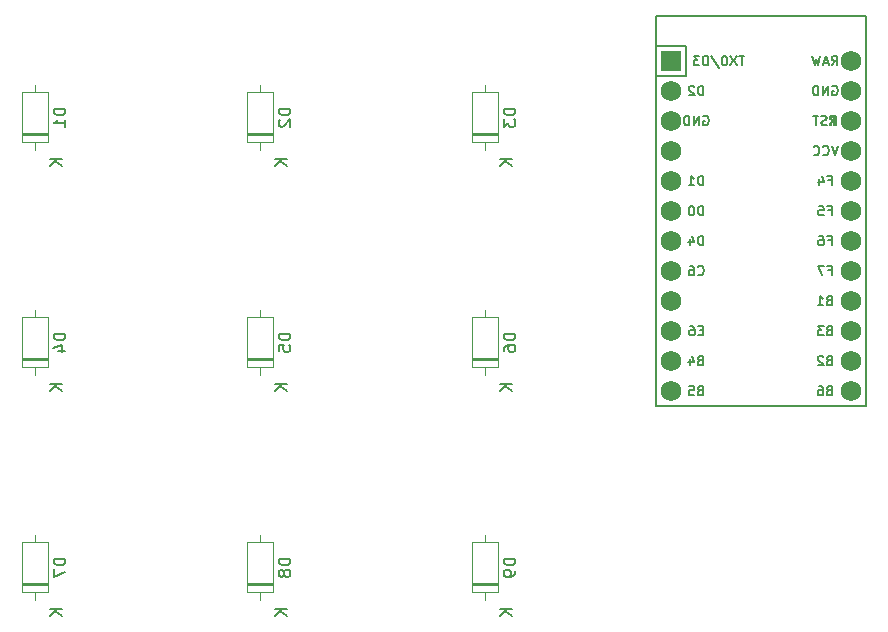
<source format=gbr>
%TF.GenerationSoftware,KiCad,Pcbnew,8.0.1*%
%TF.CreationDate,2024-04-28T14:26:27+12:00*%
%TF.ProjectId,v1,76312e6b-6963-4616-945f-706362585858,rev?*%
%TF.SameCoordinates,Original*%
%TF.FileFunction,Legend,Bot*%
%TF.FilePolarity,Positive*%
%FSLAX46Y46*%
G04 Gerber Fmt 4.6, Leading zero omitted, Abs format (unit mm)*
G04 Created by KiCad (PCBNEW 8.0.1) date 2024-04-28 14:26:27*
%MOMM*%
%LPD*%
G01*
G04 APERTURE LIST*
%ADD10C,0.150000*%
%ADD11C,0.200000*%
%ADD12C,0.120000*%
%ADD13R,1.752600X1.752600*%
%ADD14C,1.752600*%
G04 APERTURE END LIST*
D10*
X205016059Y-95828247D02*
X204901773Y-95866342D01*
X204901773Y-95866342D02*
X204863678Y-95904438D01*
X204863678Y-95904438D02*
X204825582Y-95980628D01*
X204825582Y-95980628D02*
X204825582Y-96094914D01*
X204825582Y-96094914D02*
X204863678Y-96171104D01*
X204863678Y-96171104D02*
X204901773Y-96209200D01*
X204901773Y-96209200D02*
X204977963Y-96247295D01*
X204977963Y-96247295D02*
X205282725Y-96247295D01*
X205282725Y-96247295D02*
X205282725Y-95447295D01*
X205282725Y-95447295D02*
X205016059Y-95447295D01*
X205016059Y-95447295D02*
X204939868Y-95485390D01*
X204939868Y-95485390D02*
X204901773Y-95523485D01*
X204901773Y-95523485D02*
X204863678Y-95599676D01*
X204863678Y-95599676D02*
X204863678Y-95675866D01*
X204863678Y-95675866D02*
X204901773Y-95752057D01*
X204901773Y-95752057D02*
X204939868Y-95790152D01*
X204939868Y-95790152D02*
X205016059Y-95828247D01*
X205016059Y-95828247D02*
X205282725Y-95828247D01*
X204520821Y-95523485D02*
X204482725Y-95485390D01*
X204482725Y-95485390D02*
X204406535Y-95447295D01*
X204406535Y-95447295D02*
X204216059Y-95447295D01*
X204216059Y-95447295D02*
X204139868Y-95485390D01*
X204139868Y-95485390D02*
X204101773Y-95523485D01*
X204101773Y-95523485D02*
X204063678Y-95599676D01*
X204063678Y-95599676D02*
X204063678Y-95675866D01*
X204063678Y-95675866D02*
X204101773Y-95790152D01*
X204101773Y-95790152D02*
X204558916Y-96247295D01*
X204558916Y-96247295D02*
X204063678Y-96247295D01*
X205016059Y-98368247D02*
X204901773Y-98406342D01*
X204901773Y-98406342D02*
X204863678Y-98444438D01*
X204863678Y-98444438D02*
X204825582Y-98520628D01*
X204825582Y-98520628D02*
X204825582Y-98634914D01*
X204825582Y-98634914D02*
X204863678Y-98711104D01*
X204863678Y-98711104D02*
X204901773Y-98749200D01*
X204901773Y-98749200D02*
X204977963Y-98787295D01*
X204977963Y-98787295D02*
X205282725Y-98787295D01*
X205282725Y-98787295D02*
X205282725Y-97987295D01*
X205282725Y-97987295D02*
X205016059Y-97987295D01*
X205016059Y-97987295D02*
X204939868Y-98025390D01*
X204939868Y-98025390D02*
X204901773Y-98063485D01*
X204901773Y-98063485D02*
X204863678Y-98139676D01*
X204863678Y-98139676D02*
X204863678Y-98215866D01*
X204863678Y-98215866D02*
X204901773Y-98292057D01*
X204901773Y-98292057D02*
X204939868Y-98330152D01*
X204939868Y-98330152D02*
X205016059Y-98368247D01*
X205016059Y-98368247D02*
X205282725Y-98368247D01*
X204139868Y-97987295D02*
X204292249Y-97987295D01*
X204292249Y-97987295D02*
X204368440Y-98025390D01*
X204368440Y-98025390D02*
X204406535Y-98063485D01*
X204406535Y-98063485D02*
X204482725Y-98177771D01*
X204482725Y-98177771D02*
X204520821Y-98330152D01*
X204520821Y-98330152D02*
X204520821Y-98634914D01*
X204520821Y-98634914D02*
X204482725Y-98711104D01*
X204482725Y-98711104D02*
X204444630Y-98749200D01*
X204444630Y-98749200D02*
X204368440Y-98787295D01*
X204368440Y-98787295D02*
X204216059Y-98787295D01*
X204216059Y-98787295D02*
X204139868Y-98749200D01*
X204139868Y-98749200D02*
X204101773Y-98711104D01*
X204101773Y-98711104D02*
X204063678Y-98634914D01*
X204063678Y-98634914D02*
X204063678Y-98444438D01*
X204063678Y-98444438D02*
X204101773Y-98368247D01*
X204101773Y-98368247D02*
X204139868Y-98330152D01*
X204139868Y-98330152D02*
X204216059Y-98292057D01*
X204216059Y-98292057D02*
X204368440Y-98292057D01*
X204368440Y-98292057D02*
X204444630Y-98330152D01*
X204444630Y-98330152D02*
X204482725Y-98368247D01*
X204482725Y-98368247D02*
X204520821Y-98444438D01*
X205301773Y-72625390D02*
X205377963Y-72587295D01*
X205377963Y-72587295D02*
X205492249Y-72587295D01*
X205492249Y-72587295D02*
X205606535Y-72625390D01*
X205606535Y-72625390D02*
X205682725Y-72701580D01*
X205682725Y-72701580D02*
X205720820Y-72777771D01*
X205720820Y-72777771D02*
X205758916Y-72930152D01*
X205758916Y-72930152D02*
X205758916Y-73044438D01*
X205758916Y-73044438D02*
X205720820Y-73196819D01*
X205720820Y-73196819D02*
X205682725Y-73273009D01*
X205682725Y-73273009D02*
X205606535Y-73349200D01*
X205606535Y-73349200D02*
X205492249Y-73387295D01*
X205492249Y-73387295D02*
X205416058Y-73387295D01*
X205416058Y-73387295D02*
X205301773Y-73349200D01*
X205301773Y-73349200D02*
X205263677Y-73311104D01*
X205263677Y-73311104D02*
X205263677Y-73044438D01*
X205263677Y-73044438D02*
X205416058Y-73044438D01*
X204920820Y-73387295D02*
X204920820Y-72587295D01*
X204920820Y-72587295D02*
X204463677Y-73387295D01*
X204463677Y-73387295D02*
X204463677Y-72587295D01*
X204082725Y-73387295D02*
X204082725Y-72587295D01*
X204082725Y-72587295D02*
X203892249Y-72587295D01*
X203892249Y-72587295D02*
X203777963Y-72625390D01*
X203777963Y-72625390D02*
X203701773Y-72701580D01*
X203701773Y-72701580D02*
X203663678Y-72777771D01*
X203663678Y-72777771D02*
X203625582Y-72930152D01*
X203625582Y-72930152D02*
X203625582Y-73044438D01*
X203625582Y-73044438D02*
X203663678Y-73196819D01*
X203663678Y-73196819D02*
X203701773Y-73273009D01*
X203701773Y-73273009D02*
X203777963Y-73349200D01*
X203777963Y-73349200D02*
X203892249Y-73387295D01*
X203892249Y-73387295D02*
X204082725Y-73387295D01*
X204958916Y-88208247D02*
X205225582Y-88208247D01*
X205225582Y-88627295D02*
X205225582Y-87827295D01*
X205225582Y-87827295D02*
X204844630Y-87827295D01*
X204616059Y-87827295D02*
X204082725Y-87827295D01*
X204082725Y-87827295D02*
X204425583Y-88627295D01*
X205016059Y-90748247D02*
X204901773Y-90786342D01*
X204901773Y-90786342D02*
X204863678Y-90824438D01*
X204863678Y-90824438D02*
X204825582Y-90900628D01*
X204825582Y-90900628D02*
X204825582Y-91014914D01*
X204825582Y-91014914D02*
X204863678Y-91091104D01*
X204863678Y-91091104D02*
X204901773Y-91129200D01*
X204901773Y-91129200D02*
X204977963Y-91167295D01*
X204977963Y-91167295D02*
X205282725Y-91167295D01*
X205282725Y-91167295D02*
X205282725Y-90367295D01*
X205282725Y-90367295D02*
X205016059Y-90367295D01*
X205016059Y-90367295D02*
X204939868Y-90405390D01*
X204939868Y-90405390D02*
X204901773Y-90443485D01*
X204901773Y-90443485D02*
X204863678Y-90519676D01*
X204863678Y-90519676D02*
X204863678Y-90595866D01*
X204863678Y-90595866D02*
X204901773Y-90672057D01*
X204901773Y-90672057D02*
X204939868Y-90710152D01*
X204939868Y-90710152D02*
X205016059Y-90748247D01*
X205016059Y-90748247D02*
X205282725Y-90748247D01*
X204063678Y-91167295D02*
X204520821Y-91167295D01*
X204292249Y-91167295D02*
X204292249Y-90367295D01*
X204292249Y-90367295D02*
X204368440Y-90481580D01*
X204368440Y-90481580D02*
X204444630Y-90557771D01*
X204444630Y-90557771D02*
X204520821Y-90595866D01*
X194322630Y-93288247D02*
X194055964Y-93288247D01*
X193941678Y-93707295D02*
X194322630Y-93707295D01*
X194322630Y-93707295D02*
X194322630Y-92907295D01*
X194322630Y-92907295D02*
X193941678Y-92907295D01*
X193255963Y-92907295D02*
X193408344Y-92907295D01*
X193408344Y-92907295D02*
X193484535Y-92945390D01*
X193484535Y-92945390D02*
X193522630Y-92983485D01*
X193522630Y-92983485D02*
X193598820Y-93097771D01*
X193598820Y-93097771D02*
X193636916Y-93250152D01*
X193636916Y-93250152D02*
X193636916Y-93554914D01*
X193636916Y-93554914D02*
X193598820Y-93631104D01*
X193598820Y-93631104D02*
X193560725Y-93669200D01*
X193560725Y-93669200D02*
X193484535Y-93707295D01*
X193484535Y-93707295D02*
X193332154Y-93707295D01*
X193332154Y-93707295D02*
X193255963Y-93669200D01*
X193255963Y-93669200D02*
X193217868Y-93631104D01*
X193217868Y-93631104D02*
X193179773Y-93554914D01*
X193179773Y-93554914D02*
X193179773Y-93364438D01*
X193179773Y-93364438D02*
X193217868Y-93288247D01*
X193217868Y-93288247D02*
X193255963Y-93250152D01*
X193255963Y-93250152D02*
X193332154Y-93212057D01*
X193332154Y-93212057D02*
X193484535Y-93212057D01*
X193484535Y-93212057D02*
X193560725Y-93250152D01*
X193560725Y-93250152D02*
X193598820Y-93288247D01*
X193598820Y-93288247D02*
X193636916Y-93364438D01*
X205758916Y-77667295D02*
X205492249Y-78467295D01*
X205492249Y-78467295D02*
X205225583Y-77667295D01*
X204501773Y-78391104D02*
X204539869Y-78429200D01*
X204539869Y-78429200D02*
X204654154Y-78467295D01*
X204654154Y-78467295D02*
X204730345Y-78467295D01*
X204730345Y-78467295D02*
X204844631Y-78429200D01*
X204844631Y-78429200D02*
X204920821Y-78353009D01*
X204920821Y-78353009D02*
X204958916Y-78276819D01*
X204958916Y-78276819D02*
X204997012Y-78124438D01*
X204997012Y-78124438D02*
X204997012Y-78010152D01*
X204997012Y-78010152D02*
X204958916Y-77857771D01*
X204958916Y-77857771D02*
X204920821Y-77781580D01*
X204920821Y-77781580D02*
X204844631Y-77705390D01*
X204844631Y-77705390D02*
X204730345Y-77667295D01*
X204730345Y-77667295D02*
X204654154Y-77667295D01*
X204654154Y-77667295D02*
X204539869Y-77705390D01*
X204539869Y-77705390D02*
X204501773Y-77743485D01*
X203701773Y-78391104D02*
X203739869Y-78429200D01*
X203739869Y-78429200D02*
X203854154Y-78467295D01*
X203854154Y-78467295D02*
X203930345Y-78467295D01*
X203930345Y-78467295D02*
X204044631Y-78429200D01*
X204044631Y-78429200D02*
X204120821Y-78353009D01*
X204120821Y-78353009D02*
X204158916Y-78276819D01*
X204158916Y-78276819D02*
X204197012Y-78124438D01*
X204197012Y-78124438D02*
X204197012Y-78010152D01*
X204197012Y-78010152D02*
X204158916Y-77857771D01*
X204158916Y-77857771D02*
X204120821Y-77781580D01*
X204120821Y-77781580D02*
X204044631Y-77705390D01*
X204044631Y-77705390D02*
X203930345Y-77667295D01*
X203930345Y-77667295D02*
X203854154Y-77667295D01*
X203854154Y-77667295D02*
X203739869Y-77705390D01*
X203739869Y-77705390D02*
X203701773Y-77743485D01*
X193903582Y-88551104D02*
X193941678Y-88589200D01*
X193941678Y-88589200D02*
X194055963Y-88627295D01*
X194055963Y-88627295D02*
X194132154Y-88627295D01*
X194132154Y-88627295D02*
X194246440Y-88589200D01*
X194246440Y-88589200D02*
X194322630Y-88513009D01*
X194322630Y-88513009D02*
X194360725Y-88436819D01*
X194360725Y-88436819D02*
X194398821Y-88284438D01*
X194398821Y-88284438D02*
X194398821Y-88170152D01*
X194398821Y-88170152D02*
X194360725Y-88017771D01*
X194360725Y-88017771D02*
X194322630Y-87941580D01*
X194322630Y-87941580D02*
X194246440Y-87865390D01*
X194246440Y-87865390D02*
X194132154Y-87827295D01*
X194132154Y-87827295D02*
X194055963Y-87827295D01*
X194055963Y-87827295D02*
X193941678Y-87865390D01*
X193941678Y-87865390D02*
X193903582Y-87903485D01*
X193217868Y-87827295D02*
X193370249Y-87827295D01*
X193370249Y-87827295D02*
X193446440Y-87865390D01*
X193446440Y-87865390D02*
X193484535Y-87903485D01*
X193484535Y-87903485D02*
X193560725Y-88017771D01*
X193560725Y-88017771D02*
X193598821Y-88170152D01*
X193598821Y-88170152D02*
X193598821Y-88474914D01*
X193598821Y-88474914D02*
X193560725Y-88551104D01*
X193560725Y-88551104D02*
X193522630Y-88589200D01*
X193522630Y-88589200D02*
X193446440Y-88627295D01*
X193446440Y-88627295D02*
X193294059Y-88627295D01*
X193294059Y-88627295D02*
X193217868Y-88589200D01*
X193217868Y-88589200D02*
X193179773Y-88551104D01*
X193179773Y-88551104D02*
X193141678Y-88474914D01*
X193141678Y-88474914D02*
X193141678Y-88284438D01*
X193141678Y-88284438D02*
X193179773Y-88208247D01*
X193179773Y-88208247D02*
X193217868Y-88170152D01*
X193217868Y-88170152D02*
X193294059Y-88132057D01*
X193294059Y-88132057D02*
X193446440Y-88132057D01*
X193446440Y-88132057D02*
X193522630Y-88170152D01*
X193522630Y-88170152D02*
X193560725Y-88208247D01*
X193560725Y-88208247D02*
X193598821Y-88284438D01*
X194094059Y-98368247D02*
X193979773Y-98406342D01*
X193979773Y-98406342D02*
X193941678Y-98444438D01*
X193941678Y-98444438D02*
X193903582Y-98520628D01*
X193903582Y-98520628D02*
X193903582Y-98634914D01*
X193903582Y-98634914D02*
X193941678Y-98711104D01*
X193941678Y-98711104D02*
X193979773Y-98749200D01*
X193979773Y-98749200D02*
X194055963Y-98787295D01*
X194055963Y-98787295D02*
X194360725Y-98787295D01*
X194360725Y-98787295D02*
X194360725Y-97987295D01*
X194360725Y-97987295D02*
X194094059Y-97987295D01*
X194094059Y-97987295D02*
X194017868Y-98025390D01*
X194017868Y-98025390D02*
X193979773Y-98063485D01*
X193979773Y-98063485D02*
X193941678Y-98139676D01*
X193941678Y-98139676D02*
X193941678Y-98215866D01*
X193941678Y-98215866D02*
X193979773Y-98292057D01*
X193979773Y-98292057D02*
X194017868Y-98330152D01*
X194017868Y-98330152D02*
X194094059Y-98368247D01*
X194094059Y-98368247D02*
X194360725Y-98368247D01*
X193179773Y-97987295D02*
X193560725Y-97987295D01*
X193560725Y-97987295D02*
X193598821Y-98368247D01*
X193598821Y-98368247D02*
X193560725Y-98330152D01*
X193560725Y-98330152D02*
X193484535Y-98292057D01*
X193484535Y-98292057D02*
X193294059Y-98292057D01*
X193294059Y-98292057D02*
X193217868Y-98330152D01*
X193217868Y-98330152D02*
X193179773Y-98368247D01*
X193179773Y-98368247D02*
X193141678Y-98444438D01*
X193141678Y-98444438D02*
X193141678Y-98634914D01*
X193141678Y-98634914D02*
X193179773Y-98711104D01*
X193179773Y-98711104D02*
X193217868Y-98749200D01*
X193217868Y-98749200D02*
X193294059Y-98787295D01*
X193294059Y-98787295D02*
X193484535Y-98787295D01*
X193484535Y-98787295D02*
X193560725Y-98749200D01*
X193560725Y-98749200D02*
X193598821Y-98711104D01*
X204958916Y-83128247D02*
X205225582Y-83128247D01*
X205225582Y-83547295D02*
X205225582Y-82747295D01*
X205225582Y-82747295D02*
X204844630Y-82747295D01*
X204158916Y-82747295D02*
X204539868Y-82747295D01*
X204539868Y-82747295D02*
X204577964Y-83128247D01*
X204577964Y-83128247D02*
X204539868Y-83090152D01*
X204539868Y-83090152D02*
X204463678Y-83052057D01*
X204463678Y-83052057D02*
X204273202Y-83052057D01*
X204273202Y-83052057D02*
X204197011Y-83090152D01*
X204197011Y-83090152D02*
X204158916Y-83128247D01*
X204158916Y-83128247D02*
X204120821Y-83204438D01*
X204120821Y-83204438D02*
X204120821Y-83394914D01*
X204120821Y-83394914D02*
X204158916Y-83471104D01*
X204158916Y-83471104D02*
X204197011Y-83509200D01*
X204197011Y-83509200D02*
X204273202Y-83547295D01*
X204273202Y-83547295D02*
X204463678Y-83547295D01*
X204463678Y-83547295D02*
X204539868Y-83509200D01*
X204539868Y-83509200D02*
X204577964Y-83471104D01*
X194379773Y-75165390D02*
X194455963Y-75127295D01*
X194455963Y-75127295D02*
X194570249Y-75127295D01*
X194570249Y-75127295D02*
X194684535Y-75165390D01*
X194684535Y-75165390D02*
X194760725Y-75241580D01*
X194760725Y-75241580D02*
X194798820Y-75317771D01*
X194798820Y-75317771D02*
X194836916Y-75470152D01*
X194836916Y-75470152D02*
X194836916Y-75584438D01*
X194836916Y-75584438D02*
X194798820Y-75736819D01*
X194798820Y-75736819D02*
X194760725Y-75813009D01*
X194760725Y-75813009D02*
X194684535Y-75889200D01*
X194684535Y-75889200D02*
X194570249Y-75927295D01*
X194570249Y-75927295D02*
X194494058Y-75927295D01*
X194494058Y-75927295D02*
X194379773Y-75889200D01*
X194379773Y-75889200D02*
X194341677Y-75851104D01*
X194341677Y-75851104D02*
X194341677Y-75584438D01*
X194341677Y-75584438D02*
X194494058Y-75584438D01*
X193998820Y-75927295D02*
X193998820Y-75127295D01*
X193998820Y-75127295D02*
X193541677Y-75927295D01*
X193541677Y-75927295D02*
X193541677Y-75127295D01*
X193160725Y-75927295D02*
X193160725Y-75127295D01*
X193160725Y-75127295D02*
X192970249Y-75127295D01*
X192970249Y-75127295D02*
X192855963Y-75165390D01*
X192855963Y-75165390D02*
X192779773Y-75241580D01*
X192779773Y-75241580D02*
X192741678Y-75317771D01*
X192741678Y-75317771D02*
X192703582Y-75470152D01*
X192703582Y-75470152D02*
X192703582Y-75584438D01*
X192703582Y-75584438D02*
X192741678Y-75736819D01*
X192741678Y-75736819D02*
X192779773Y-75813009D01*
X192779773Y-75813009D02*
X192855963Y-75889200D01*
X192855963Y-75889200D02*
X192970249Y-75927295D01*
X192970249Y-75927295D02*
X193160725Y-75927295D01*
X194360725Y-83547295D02*
X194360725Y-82747295D01*
X194360725Y-82747295D02*
X194170249Y-82747295D01*
X194170249Y-82747295D02*
X194055963Y-82785390D01*
X194055963Y-82785390D02*
X193979773Y-82861580D01*
X193979773Y-82861580D02*
X193941678Y-82937771D01*
X193941678Y-82937771D02*
X193903582Y-83090152D01*
X193903582Y-83090152D02*
X193903582Y-83204438D01*
X193903582Y-83204438D02*
X193941678Y-83356819D01*
X193941678Y-83356819D02*
X193979773Y-83433009D01*
X193979773Y-83433009D02*
X194055963Y-83509200D01*
X194055963Y-83509200D02*
X194170249Y-83547295D01*
X194170249Y-83547295D02*
X194360725Y-83547295D01*
X193408344Y-82747295D02*
X193332154Y-82747295D01*
X193332154Y-82747295D02*
X193255963Y-82785390D01*
X193255963Y-82785390D02*
X193217868Y-82823485D01*
X193217868Y-82823485D02*
X193179773Y-82899676D01*
X193179773Y-82899676D02*
X193141678Y-83052057D01*
X193141678Y-83052057D02*
X193141678Y-83242533D01*
X193141678Y-83242533D02*
X193179773Y-83394914D01*
X193179773Y-83394914D02*
X193217868Y-83471104D01*
X193217868Y-83471104D02*
X193255963Y-83509200D01*
X193255963Y-83509200D02*
X193332154Y-83547295D01*
X193332154Y-83547295D02*
X193408344Y-83547295D01*
X193408344Y-83547295D02*
X193484535Y-83509200D01*
X193484535Y-83509200D02*
X193522630Y-83471104D01*
X193522630Y-83471104D02*
X193560725Y-83394914D01*
X193560725Y-83394914D02*
X193598821Y-83242533D01*
X193598821Y-83242533D02*
X193598821Y-83052057D01*
X193598821Y-83052057D02*
X193560725Y-82899676D01*
X193560725Y-82899676D02*
X193522630Y-82823485D01*
X193522630Y-82823485D02*
X193484535Y-82785390D01*
X193484535Y-82785390D02*
X193408344Y-82747295D01*
X204958916Y-85668247D02*
X205225582Y-85668247D01*
X205225582Y-86087295D02*
X205225582Y-85287295D01*
X205225582Y-85287295D02*
X204844630Y-85287295D01*
X204197011Y-85287295D02*
X204349392Y-85287295D01*
X204349392Y-85287295D02*
X204425583Y-85325390D01*
X204425583Y-85325390D02*
X204463678Y-85363485D01*
X204463678Y-85363485D02*
X204539868Y-85477771D01*
X204539868Y-85477771D02*
X204577964Y-85630152D01*
X204577964Y-85630152D02*
X204577964Y-85934914D01*
X204577964Y-85934914D02*
X204539868Y-86011104D01*
X204539868Y-86011104D02*
X204501773Y-86049200D01*
X204501773Y-86049200D02*
X204425583Y-86087295D01*
X204425583Y-86087295D02*
X204273202Y-86087295D01*
X204273202Y-86087295D02*
X204197011Y-86049200D01*
X204197011Y-86049200D02*
X204158916Y-86011104D01*
X204158916Y-86011104D02*
X204120821Y-85934914D01*
X204120821Y-85934914D02*
X204120821Y-85744438D01*
X204120821Y-85744438D02*
X204158916Y-85668247D01*
X204158916Y-85668247D02*
X204197011Y-85630152D01*
X204197011Y-85630152D02*
X204273202Y-85592057D01*
X204273202Y-85592057D02*
X204425583Y-85592057D01*
X204425583Y-85592057D02*
X204501773Y-85630152D01*
X204501773Y-85630152D02*
X204539868Y-85668247D01*
X204539868Y-85668247D02*
X204577964Y-85744438D01*
X204958916Y-80588247D02*
X205225582Y-80588247D01*
X205225582Y-81007295D02*
X205225582Y-80207295D01*
X205225582Y-80207295D02*
X204844630Y-80207295D01*
X204197011Y-80473961D02*
X204197011Y-81007295D01*
X204387487Y-80169200D02*
X204577964Y-80740628D01*
X204577964Y-80740628D02*
X204082725Y-80740628D01*
X194360725Y-73387295D02*
X194360725Y-72587295D01*
X194360725Y-72587295D02*
X194170249Y-72587295D01*
X194170249Y-72587295D02*
X194055963Y-72625390D01*
X194055963Y-72625390D02*
X193979773Y-72701580D01*
X193979773Y-72701580D02*
X193941678Y-72777771D01*
X193941678Y-72777771D02*
X193903582Y-72930152D01*
X193903582Y-72930152D02*
X193903582Y-73044438D01*
X193903582Y-73044438D02*
X193941678Y-73196819D01*
X193941678Y-73196819D02*
X193979773Y-73273009D01*
X193979773Y-73273009D02*
X194055963Y-73349200D01*
X194055963Y-73349200D02*
X194170249Y-73387295D01*
X194170249Y-73387295D02*
X194360725Y-73387295D01*
X193598821Y-72663485D02*
X193560725Y-72625390D01*
X193560725Y-72625390D02*
X193484535Y-72587295D01*
X193484535Y-72587295D02*
X193294059Y-72587295D01*
X193294059Y-72587295D02*
X193217868Y-72625390D01*
X193217868Y-72625390D02*
X193179773Y-72663485D01*
X193179773Y-72663485D02*
X193141678Y-72739676D01*
X193141678Y-72739676D02*
X193141678Y-72815866D01*
X193141678Y-72815866D02*
X193179773Y-72930152D01*
X193179773Y-72930152D02*
X193636916Y-73387295D01*
X193636916Y-73387295D02*
X193141678Y-73387295D01*
X194094059Y-95828247D02*
X193979773Y-95866342D01*
X193979773Y-95866342D02*
X193941678Y-95904438D01*
X193941678Y-95904438D02*
X193903582Y-95980628D01*
X193903582Y-95980628D02*
X193903582Y-96094914D01*
X193903582Y-96094914D02*
X193941678Y-96171104D01*
X193941678Y-96171104D02*
X193979773Y-96209200D01*
X193979773Y-96209200D02*
X194055963Y-96247295D01*
X194055963Y-96247295D02*
X194360725Y-96247295D01*
X194360725Y-96247295D02*
X194360725Y-95447295D01*
X194360725Y-95447295D02*
X194094059Y-95447295D01*
X194094059Y-95447295D02*
X194017868Y-95485390D01*
X194017868Y-95485390D02*
X193979773Y-95523485D01*
X193979773Y-95523485D02*
X193941678Y-95599676D01*
X193941678Y-95599676D02*
X193941678Y-95675866D01*
X193941678Y-95675866D02*
X193979773Y-95752057D01*
X193979773Y-95752057D02*
X194017868Y-95790152D01*
X194017868Y-95790152D02*
X194094059Y-95828247D01*
X194094059Y-95828247D02*
X194360725Y-95828247D01*
X193217868Y-95713961D02*
X193217868Y-96247295D01*
X193408344Y-95409200D02*
X193598821Y-95980628D01*
X193598821Y-95980628D02*
X193103582Y-95980628D01*
X194360725Y-86087295D02*
X194360725Y-85287295D01*
X194360725Y-85287295D02*
X194170249Y-85287295D01*
X194170249Y-85287295D02*
X194055963Y-85325390D01*
X194055963Y-85325390D02*
X193979773Y-85401580D01*
X193979773Y-85401580D02*
X193941678Y-85477771D01*
X193941678Y-85477771D02*
X193903582Y-85630152D01*
X193903582Y-85630152D02*
X193903582Y-85744438D01*
X193903582Y-85744438D02*
X193941678Y-85896819D01*
X193941678Y-85896819D02*
X193979773Y-85973009D01*
X193979773Y-85973009D02*
X194055963Y-86049200D01*
X194055963Y-86049200D02*
X194170249Y-86087295D01*
X194170249Y-86087295D02*
X194360725Y-86087295D01*
X193217868Y-85553961D02*
X193217868Y-86087295D01*
X193408344Y-85249200D02*
X193598821Y-85820628D01*
X193598821Y-85820628D02*
X193103582Y-85820628D01*
X204804583Y-75869200D02*
X204690297Y-75907295D01*
X204690297Y-75907295D02*
X204499821Y-75907295D01*
X204499821Y-75907295D02*
X204423630Y-75869200D01*
X204423630Y-75869200D02*
X204385535Y-75831104D01*
X204385535Y-75831104D02*
X204347440Y-75754914D01*
X204347440Y-75754914D02*
X204347440Y-75678723D01*
X204347440Y-75678723D02*
X204385535Y-75602533D01*
X204385535Y-75602533D02*
X204423630Y-75564438D01*
X204423630Y-75564438D02*
X204499821Y-75526342D01*
X204499821Y-75526342D02*
X204652202Y-75488247D01*
X204652202Y-75488247D02*
X204728392Y-75450152D01*
X204728392Y-75450152D02*
X204766487Y-75412057D01*
X204766487Y-75412057D02*
X204804583Y-75335866D01*
X204804583Y-75335866D02*
X204804583Y-75259676D01*
X204804583Y-75259676D02*
X204766487Y-75183485D01*
X204766487Y-75183485D02*
X204728392Y-75145390D01*
X204728392Y-75145390D02*
X204652202Y-75107295D01*
X204652202Y-75107295D02*
X204461725Y-75107295D01*
X204461725Y-75107295D02*
X204347440Y-75145390D01*
X204118868Y-75107295D02*
X203661725Y-75107295D01*
X203890297Y-75907295D02*
X203890297Y-75107295D01*
X205244630Y-70847295D02*
X205511297Y-70466342D01*
X205701773Y-70847295D02*
X205701773Y-70047295D01*
X205701773Y-70047295D02*
X205397011Y-70047295D01*
X205397011Y-70047295D02*
X205320821Y-70085390D01*
X205320821Y-70085390D02*
X205282726Y-70123485D01*
X205282726Y-70123485D02*
X205244630Y-70199676D01*
X205244630Y-70199676D02*
X205244630Y-70313961D01*
X205244630Y-70313961D02*
X205282726Y-70390152D01*
X205282726Y-70390152D02*
X205320821Y-70428247D01*
X205320821Y-70428247D02*
X205397011Y-70466342D01*
X205397011Y-70466342D02*
X205701773Y-70466342D01*
X204939869Y-70618723D02*
X204558916Y-70618723D01*
X205016059Y-70847295D02*
X204749392Y-70047295D01*
X204749392Y-70047295D02*
X204482726Y-70847295D01*
X204292250Y-70047295D02*
X204101774Y-70847295D01*
X204101774Y-70847295D02*
X203949393Y-70275866D01*
X203949393Y-70275866D02*
X203797012Y-70847295D01*
X203797012Y-70847295D02*
X203606536Y-70047295D01*
X197849854Y-70047295D02*
X197392711Y-70047295D01*
X197621283Y-70847295D02*
X197621283Y-70047295D01*
X197202235Y-70047295D02*
X196668901Y-70847295D01*
X196668901Y-70047295D02*
X197202235Y-70847295D01*
X196211758Y-70047295D02*
X196135568Y-70047295D01*
X196135568Y-70047295D02*
X196059377Y-70085390D01*
X196059377Y-70085390D02*
X196021282Y-70123485D01*
X196021282Y-70123485D02*
X195983187Y-70199676D01*
X195983187Y-70199676D02*
X195945092Y-70352057D01*
X195945092Y-70352057D02*
X195945092Y-70542533D01*
X195945092Y-70542533D02*
X195983187Y-70694914D01*
X195983187Y-70694914D02*
X196021282Y-70771104D01*
X196021282Y-70771104D02*
X196059377Y-70809200D01*
X196059377Y-70809200D02*
X196135568Y-70847295D01*
X196135568Y-70847295D02*
X196211758Y-70847295D01*
X196211758Y-70847295D02*
X196287949Y-70809200D01*
X196287949Y-70809200D02*
X196326044Y-70771104D01*
X196326044Y-70771104D02*
X196364139Y-70694914D01*
X196364139Y-70694914D02*
X196402235Y-70542533D01*
X196402235Y-70542533D02*
X196402235Y-70352057D01*
X196402235Y-70352057D02*
X196364139Y-70199676D01*
X196364139Y-70199676D02*
X196326044Y-70123485D01*
X196326044Y-70123485D02*
X196287949Y-70085390D01*
X196287949Y-70085390D02*
X196211758Y-70047295D01*
X195030806Y-70009200D02*
X195716520Y-71037771D01*
X194764139Y-70847295D02*
X194764139Y-70047295D01*
X194764139Y-70047295D02*
X194573663Y-70047295D01*
X194573663Y-70047295D02*
X194459377Y-70085390D01*
X194459377Y-70085390D02*
X194383187Y-70161580D01*
X194383187Y-70161580D02*
X194345092Y-70237771D01*
X194345092Y-70237771D02*
X194306996Y-70390152D01*
X194306996Y-70390152D02*
X194306996Y-70504438D01*
X194306996Y-70504438D02*
X194345092Y-70656819D01*
X194345092Y-70656819D02*
X194383187Y-70733009D01*
X194383187Y-70733009D02*
X194459377Y-70809200D01*
X194459377Y-70809200D02*
X194573663Y-70847295D01*
X194573663Y-70847295D02*
X194764139Y-70847295D01*
X194040330Y-70047295D02*
X193545092Y-70047295D01*
X193545092Y-70047295D02*
X193811758Y-70352057D01*
X193811758Y-70352057D02*
X193697473Y-70352057D01*
X193697473Y-70352057D02*
X193621282Y-70390152D01*
X193621282Y-70390152D02*
X193583187Y-70428247D01*
X193583187Y-70428247D02*
X193545092Y-70504438D01*
X193545092Y-70504438D02*
X193545092Y-70694914D01*
X193545092Y-70694914D02*
X193583187Y-70771104D01*
X193583187Y-70771104D02*
X193621282Y-70809200D01*
X193621282Y-70809200D02*
X193697473Y-70847295D01*
X193697473Y-70847295D02*
X193926044Y-70847295D01*
X193926044Y-70847295D02*
X194002235Y-70809200D01*
X194002235Y-70809200D02*
X194040330Y-70771104D01*
X205016059Y-93288247D02*
X204901773Y-93326342D01*
X204901773Y-93326342D02*
X204863678Y-93364438D01*
X204863678Y-93364438D02*
X204825582Y-93440628D01*
X204825582Y-93440628D02*
X204825582Y-93554914D01*
X204825582Y-93554914D02*
X204863678Y-93631104D01*
X204863678Y-93631104D02*
X204901773Y-93669200D01*
X204901773Y-93669200D02*
X204977963Y-93707295D01*
X204977963Y-93707295D02*
X205282725Y-93707295D01*
X205282725Y-93707295D02*
X205282725Y-92907295D01*
X205282725Y-92907295D02*
X205016059Y-92907295D01*
X205016059Y-92907295D02*
X204939868Y-92945390D01*
X204939868Y-92945390D02*
X204901773Y-92983485D01*
X204901773Y-92983485D02*
X204863678Y-93059676D01*
X204863678Y-93059676D02*
X204863678Y-93135866D01*
X204863678Y-93135866D02*
X204901773Y-93212057D01*
X204901773Y-93212057D02*
X204939868Y-93250152D01*
X204939868Y-93250152D02*
X205016059Y-93288247D01*
X205016059Y-93288247D02*
X205282725Y-93288247D01*
X204558916Y-92907295D02*
X204063678Y-92907295D01*
X204063678Y-92907295D02*
X204330344Y-93212057D01*
X204330344Y-93212057D02*
X204216059Y-93212057D01*
X204216059Y-93212057D02*
X204139868Y-93250152D01*
X204139868Y-93250152D02*
X204101773Y-93288247D01*
X204101773Y-93288247D02*
X204063678Y-93364438D01*
X204063678Y-93364438D02*
X204063678Y-93554914D01*
X204063678Y-93554914D02*
X204101773Y-93631104D01*
X204101773Y-93631104D02*
X204139868Y-93669200D01*
X204139868Y-93669200D02*
X204216059Y-93707295D01*
X204216059Y-93707295D02*
X204444630Y-93707295D01*
X204444630Y-93707295D02*
X204520821Y-93669200D01*
X204520821Y-93669200D02*
X204558916Y-93631104D01*
X194360725Y-81007295D02*
X194360725Y-80207295D01*
X194360725Y-80207295D02*
X194170249Y-80207295D01*
X194170249Y-80207295D02*
X194055963Y-80245390D01*
X194055963Y-80245390D02*
X193979773Y-80321580D01*
X193979773Y-80321580D02*
X193941678Y-80397771D01*
X193941678Y-80397771D02*
X193903582Y-80550152D01*
X193903582Y-80550152D02*
X193903582Y-80664438D01*
X193903582Y-80664438D02*
X193941678Y-80816819D01*
X193941678Y-80816819D02*
X193979773Y-80893009D01*
X193979773Y-80893009D02*
X194055963Y-80969200D01*
X194055963Y-80969200D02*
X194170249Y-81007295D01*
X194170249Y-81007295D02*
X194360725Y-81007295D01*
X193141678Y-81007295D02*
X193598821Y-81007295D01*
X193370249Y-81007295D02*
X193370249Y-80207295D01*
X193370249Y-80207295D02*
X193446440Y-80321580D01*
X193446440Y-80321580D02*
X193522630Y-80397771D01*
X193522630Y-80397771D02*
X193598821Y-80435866D01*
X159419819Y-112609405D02*
X158419819Y-112609405D01*
X158419819Y-112609405D02*
X158419819Y-112847500D01*
X158419819Y-112847500D02*
X158467438Y-112990357D01*
X158467438Y-112990357D02*
X158562676Y-113085595D01*
X158562676Y-113085595D02*
X158657914Y-113133214D01*
X158657914Y-113133214D02*
X158848390Y-113180833D01*
X158848390Y-113180833D02*
X158991247Y-113180833D01*
X158991247Y-113180833D02*
X159181723Y-113133214D01*
X159181723Y-113133214D02*
X159276961Y-113085595D01*
X159276961Y-113085595D02*
X159372200Y-112990357D01*
X159372200Y-112990357D02*
X159419819Y-112847500D01*
X159419819Y-112847500D02*
X159419819Y-112609405D01*
X158848390Y-113752262D02*
X158800771Y-113657024D01*
X158800771Y-113657024D02*
X158753152Y-113609405D01*
X158753152Y-113609405D02*
X158657914Y-113561786D01*
X158657914Y-113561786D02*
X158610295Y-113561786D01*
X158610295Y-113561786D02*
X158515057Y-113609405D01*
X158515057Y-113609405D02*
X158467438Y-113657024D01*
X158467438Y-113657024D02*
X158419819Y-113752262D01*
X158419819Y-113752262D02*
X158419819Y-113942738D01*
X158419819Y-113942738D02*
X158467438Y-114037976D01*
X158467438Y-114037976D02*
X158515057Y-114085595D01*
X158515057Y-114085595D02*
X158610295Y-114133214D01*
X158610295Y-114133214D02*
X158657914Y-114133214D01*
X158657914Y-114133214D02*
X158753152Y-114085595D01*
X158753152Y-114085595D02*
X158800771Y-114037976D01*
X158800771Y-114037976D02*
X158848390Y-113942738D01*
X158848390Y-113942738D02*
X158848390Y-113752262D01*
X158848390Y-113752262D02*
X158896009Y-113657024D01*
X158896009Y-113657024D02*
X158943628Y-113609405D01*
X158943628Y-113609405D02*
X159038866Y-113561786D01*
X159038866Y-113561786D02*
X159229342Y-113561786D01*
X159229342Y-113561786D02*
X159324580Y-113609405D01*
X159324580Y-113609405D02*
X159372200Y-113657024D01*
X159372200Y-113657024D02*
X159419819Y-113752262D01*
X159419819Y-113752262D02*
X159419819Y-113942738D01*
X159419819Y-113942738D02*
X159372200Y-114037976D01*
X159372200Y-114037976D02*
X159324580Y-114085595D01*
X159324580Y-114085595D02*
X159229342Y-114133214D01*
X159229342Y-114133214D02*
X159038866Y-114133214D01*
X159038866Y-114133214D02*
X158943628Y-114085595D01*
X158943628Y-114085595D02*
X158896009Y-114037976D01*
X158896009Y-114037976D02*
X158848390Y-113942738D01*
X159099819Y-116895595D02*
X158099819Y-116895595D01*
X159099819Y-117467023D02*
X158528390Y-117038452D01*
X158099819Y-117467023D02*
X158671247Y-116895595D01*
X159419819Y-93559405D02*
X158419819Y-93559405D01*
X158419819Y-93559405D02*
X158419819Y-93797500D01*
X158419819Y-93797500D02*
X158467438Y-93940357D01*
X158467438Y-93940357D02*
X158562676Y-94035595D01*
X158562676Y-94035595D02*
X158657914Y-94083214D01*
X158657914Y-94083214D02*
X158848390Y-94130833D01*
X158848390Y-94130833D02*
X158991247Y-94130833D01*
X158991247Y-94130833D02*
X159181723Y-94083214D01*
X159181723Y-94083214D02*
X159276961Y-94035595D01*
X159276961Y-94035595D02*
X159372200Y-93940357D01*
X159372200Y-93940357D02*
X159419819Y-93797500D01*
X159419819Y-93797500D02*
X159419819Y-93559405D01*
X158419819Y-95035595D02*
X158419819Y-94559405D01*
X158419819Y-94559405D02*
X158896009Y-94511786D01*
X158896009Y-94511786D02*
X158848390Y-94559405D01*
X158848390Y-94559405D02*
X158800771Y-94654643D01*
X158800771Y-94654643D02*
X158800771Y-94892738D01*
X158800771Y-94892738D02*
X158848390Y-94987976D01*
X158848390Y-94987976D02*
X158896009Y-95035595D01*
X158896009Y-95035595D02*
X158991247Y-95083214D01*
X158991247Y-95083214D02*
X159229342Y-95083214D01*
X159229342Y-95083214D02*
X159324580Y-95035595D01*
X159324580Y-95035595D02*
X159372200Y-94987976D01*
X159372200Y-94987976D02*
X159419819Y-94892738D01*
X159419819Y-94892738D02*
X159419819Y-94654643D01*
X159419819Y-94654643D02*
X159372200Y-94559405D01*
X159372200Y-94559405D02*
X159324580Y-94511786D01*
X159099819Y-97845595D02*
X158099819Y-97845595D01*
X159099819Y-98417023D02*
X158528390Y-97988452D01*
X158099819Y-98417023D02*
X158671247Y-97845595D01*
X140369819Y-93559405D02*
X139369819Y-93559405D01*
X139369819Y-93559405D02*
X139369819Y-93797500D01*
X139369819Y-93797500D02*
X139417438Y-93940357D01*
X139417438Y-93940357D02*
X139512676Y-94035595D01*
X139512676Y-94035595D02*
X139607914Y-94083214D01*
X139607914Y-94083214D02*
X139798390Y-94130833D01*
X139798390Y-94130833D02*
X139941247Y-94130833D01*
X139941247Y-94130833D02*
X140131723Y-94083214D01*
X140131723Y-94083214D02*
X140226961Y-94035595D01*
X140226961Y-94035595D02*
X140322200Y-93940357D01*
X140322200Y-93940357D02*
X140369819Y-93797500D01*
X140369819Y-93797500D02*
X140369819Y-93559405D01*
X139703152Y-94987976D02*
X140369819Y-94987976D01*
X139322200Y-94749881D02*
X140036485Y-94511786D01*
X140036485Y-94511786D02*
X140036485Y-95130833D01*
X140049819Y-97845595D02*
X139049819Y-97845595D01*
X140049819Y-98417023D02*
X139478390Y-97988452D01*
X139049819Y-98417023D02*
X139621247Y-97845595D01*
X159419819Y-74509405D02*
X158419819Y-74509405D01*
X158419819Y-74509405D02*
X158419819Y-74747500D01*
X158419819Y-74747500D02*
X158467438Y-74890357D01*
X158467438Y-74890357D02*
X158562676Y-74985595D01*
X158562676Y-74985595D02*
X158657914Y-75033214D01*
X158657914Y-75033214D02*
X158848390Y-75080833D01*
X158848390Y-75080833D02*
X158991247Y-75080833D01*
X158991247Y-75080833D02*
X159181723Y-75033214D01*
X159181723Y-75033214D02*
X159276961Y-74985595D01*
X159276961Y-74985595D02*
X159372200Y-74890357D01*
X159372200Y-74890357D02*
X159419819Y-74747500D01*
X159419819Y-74747500D02*
X159419819Y-74509405D01*
X158515057Y-75461786D02*
X158467438Y-75509405D01*
X158467438Y-75509405D02*
X158419819Y-75604643D01*
X158419819Y-75604643D02*
X158419819Y-75842738D01*
X158419819Y-75842738D02*
X158467438Y-75937976D01*
X158467438Y-75937976D02*
X158515057Y-75985595D01*
X158515057Y-75985595D02*
X158610295Y-76033214D01*
X158610295Y-76033214D02*
X158705533Y-76033214D01*
X158705533Y-76033214D02*
X158848390Y-75985595D01*
X158848390Y-75985595D02*
X159419819Y-75414167D01*
X159419819Y-75414167D02*
X159419819Y-76033214D01*
X159099819Y-78795595D02*
X158099819Y-78795595D01*
X159099819Y-79367023D02*
X158528390Y-78938452D01*
X158099819Y-79367023D02*
X158671247Y-78795595D01*
X178469819Y-93559405D02*
X177469819Y-93559405D01*
X177469819Y-93559405D02*
X177469819Y-93797500D01*
X177469819Y-93797500D02*
X177517438Y-93940357D01*
X177517438Y-93940357D02*
X177612676Y-94035595D01*
X177612676Y-94035595D02*
X177707914Y-94083214D01*
X177707914Y-94083214D02*
X177898390Y-94130833D01*
X177898390Y-94130833D02*
X178041247Y-94130833D01*
X178041247Y-94130833D02*
X178231723Y-94083214D01*
X178231723Y-94083214D02*
X178326961Y-94035595D01*
X178326961Y-94035595D02*
X178422200Y-93940357D01*
X178422200Y-93940357D02*
X178469819Y-93797500D01*
X178469819Y-93797500D02*
X178469819Y-93559405D01*
X177469819Y-94987976D02*
X177469819Y-94797500D01*
X177469819Y-94797500D02*
X177517438Y-94702262D01*
X177517438Y-94702262D02*
X177565057Y-94654643D01*
X177565057Y-94654643D02*
X177707914Y-94559405D01*
X177707914Y-94559405D02*
X177898390Y-94511786D01*
X177898390Y-94511786D02*
X178279342Y-94511786D01*
X178279342Y-94511786D02*
X178374580Y-94559405D01*
X178374580Y-94559405D02*
X178422200Y-94607024D01*
X178422200Y-94607024D02*
X178469819Y-94702262D01*
X178469819Y-94702262D02*
X178469819Y-94892738D01*
X178469819Y-94892738D02*
X178422200Y-94987976D01*
X178422200Y-94987976D02*
X178374580Y-95035595D01*
X178374580Y-95035595D02*
X178279342Y-95083214D01*
X178279342Y-95083214D02*
X178041247Y-95083214D01*
X178041247Y-95083214D02*
X177946009Y-95035595D01*
X177946009Y-95035595D02*
X177898390Y-94987976D01*
X177898390Y-94987976D02*
X177850771Y-94892738D01*
X177850771Y-94892738D02*
X177850771Y-94702262D01*
X177850771Y-94702262D02*
X177898390Y-94607024D01*
X177898390Y-94607024D02*
X177946009Y-94559405D01*
X177946009Y-94559405D02*
X178041247Y-94511786D01*
X178149819Y-97845595D02*
X177149819Y-97845595D01*
X178149819Y-98417023D02*
X177578390Y-97988452D01*
X177149819Y-98417023D02*
X177721247Y-97845595D01*
X178469819Y-112609405D02*
X177469819Y-112609405D01*
X177469819Y-112609405D02*
X177469819Y-112847500D01*
X177469819Y-112847500D02*
X177517438Y-112990357D01*
X177517438Y-112990357D02*
X177612676Y-113085595D01*
X177612676Y-113085595D02*
X177707914Y-113133214D01*
X177707914Y-113133214D02*
X177898390Y-113180833D01*
X177898390Y-113180833D02*
X178041247Y-113180833D01*
X178041247Y-113180833D02*
X178231723Y-113133214D01*
X178231723Y-113133214D02*
X178326961Y-113085595D01*
X178326961Y-113085595D02*
X178422200Y-112990357D01*
X178422200Y-112990357D02*
X178469819Y-112847500D01*
X178469819Y-112847500D02*
X178469819Y-112609405D01*
X178469819Y-113657024D02*
X178469819Y-113847500D01*
X178469819Y-113847500D02*
X178422200Y-113942738D01*
X178422200Y-113942738D02*
X178374580Y-113990357D01*
X178374580Y-113990357D02*
X178231723Y-114085595D01*
X178231723Y-114085595D02*
X178041247Y-114133214D01*
X178041247Y-114133214D02*
X177660295Y-114133214D01*
X177660295Y-114133214D02*
X177565057Y-114085595D01*
X177565057Y-114085595D02*
X177517438Y-114037976D01*
X177517438Y-114037976D02*
X177469819Y-113942738D01*
X177469819Y-113942738D02*
X177469819Y-113752262D01*
X177469819Y-113752262D02*
X177517438Y-113657024D01*
X177517438Y-113657024D02*
X177565057Y-113609405D01*
X177565057Y-113609405D02*
X177660295Y-113561786D01*
X177660295Y-113561786D02*
X177898390Y-113561786D01*
X177898390Y-113561786D02*
X177993628Y-113609405D01*
X177993628Y-113609405D02*
X178041247Y-113657024D01*
X178041247Y-113657024D02*
X178088866Y-113752262D01*
X178088866Y-113752262D02*
X178088866Y-113942738D01*
X178088866Y-113942738D02*
X178041247Y-114037976D01*
X178041247Y-114037976D02*
X177993628Y-114085595D01*
X177993628Y-114085595D02*
X177898390Y-114133214D01*
X178149819Y-116895595D02*
X177149819Y-116895595D01*
X178149819Y-117467023D02*
X177578390Y-117038452D01*
X177149819Y-117467023D02*
X177721247Y-116895595D01*
X140369819Y-112609405D02*
X139369819Y-112609405D01*
X139369819Y-112609405D02*
X139369819Y-112847500D01*
X139369819Y-112847500D02*
X139417438Y-112990357D01*
X139417438Y-112990357D02*
X139512676Y-113085595D01*
X139512676Y-113085595D02*
X139607914Y-113133214D01*
X139607914Y-113133214D02*
X139798390Y-113180833D01*
X139798390Y-113180833D02*
X139941247Y-113180833D01*
X139941247Y-113180833D02*
X140131723Y-113133214D01*
X140131723Y-113133214D02*
X140226961Y-113085595D01*
X140226961Y-113085595D02*
X140322200Y-112990357D01*
X140322200Y-112990357D02*
X140369819Y-112847500D01*
X140369819Y-112847500D02*
X140369819Y-112609405D01*
X139369819Y-113514167D02*
X139369819Y-114180833D01*
X139369819Y-114180833D02*
X140369819Y-113752262D01*
X140049819Y-116895595D02*
X139049819Y-116895595D01*
X140049819Y-117467023D02*
X139478390Y-117038452D01*
X139049819Y-117467023D02*
X139621247Y-116895595D01*
X178469819Y-74509405D02*
X177469819Y-74509405D01*
X177469819Y-74509405D02*
X177469819Y-74747500D01*
X177469819Y-74747500D02*
X177517438Y-74890357D01*
X177517438Y-74890357D02*
X177612676Y-74985595D01*
X177612676Y-74985595D02*
X177707914Y-75033214D01*
X177707914Y-75033214D02*
X177898390Y-75080833D01*
X177898390Y-75080833D02*
X178041247Y-75080833D01*
X178041247Y-75080833D02*
X178231723Y-75033214D01*
X178231723Y-75033214D02*
X178326961Y-74985595D01*
X178326961Y-74985595D02*
X178422200Y-74890357D01*
X178422200Y-74890357D02*
X178469819Y-74747500D01*
X178469819Y-74747500D02*
X178469819Y-74509405D01*
X177469819Y-75414167D02*
X177469819Y-76033214D01*
X177469819Y-76033214D02*
X177850771Y-75699881D01*
X177850771Y-75699881D02*
X177850771Y-75842738D01*
X177850771Y-75842738D02*
X177898390Y-75937976D01*
X177898390Y-75937976D02*
X177946009Y-75985595D01*
X177946009Y-75985595D02*
X178041247Y-76033214D01*
X178041247Y-76033214D02*
X178279342Y-76033214D01*
X178279342Y-76033214D02*
X178374580Y-75985595D01*
X178374580Y-75985595D02*
X178422200Y-75937976D01*
X178422200Y-75937976D02*
X178469819Y-75842738D01*
X178469819Y-75842738D02*
X178469819Y-75557024D01*
X178469819Y-75557024D02*
X178422200Y-75461786D01*
X178422200Y-75461786D02*
X178374580Y-75414167D01*
X178149819Y-78795595D02*
X177149819Y-78795595D01*
X178149819Y-79367023D02*
X177578390Y-78938452D01*
X177149819Y-79367023D02*
X177721247Y-78795595D01*
X140369819Y-74509405D02*
X139369819Y-74509405D01*
X139369819Y-74509405D02*
X139369819Y-74747500D01*
X139369819Y-74747500D02*
X139417438Y-74890357D01*
X139417438Y-74890357D02*
X139512676Y-74985595D01*
X139512676Y-74985595D02*
X139607914Y-75033214D01*
X139607914Y-75033214D02*
X139798390Y-75080833D01*
X139798390Y-75080833D02*
X139941247Y-75080833D01*
X139941247Y-75080833D02*
X140131723Y-75033214D01*
X140131723Y-75033214D02*
X140226961Y-74985595D01*
X140226961Y-74985595D02*
X140322200Y-74890357D01*
X140322200Y-74890357D02*
X140369819Y-74747500D01*
X140369819Y-74747500D02*
X140369819Y-74509405D01*
X140369819Y-76033214D02*
X140369819Y-75461786D01*
X140369819Y-75747500D02*
X139369819Y-75747500D01*
X139369819Y-75747500D02*
X139512676Y-75652262D01*
X139512676Y-75652262D02*
X139607914Y-75557024D01*
X139607914Y-75557024D02*
X139655533Y-75461786D01*
X140049819Y-78795595D02*
X139049819Y-78795595D01*
X140049819Y-79367023D02*
X139478390Y-78938452D01*
X139049819Y-79367023D02*
X139621247Y-78795595D01*
D11*
%TO.C,U1*%
X190341250Y-66675000D02*
X190341250Y-99695000D01*
X190341250Y-99695000D02*
X208121250Y-99695000D01*
X192881250Y-69215000D02*
X190341250Y-69215000D01*
X192881250Y-69215000D02*
X192881250Y-71755000D01*
X192881250Y-71755000D02*
X190341250Y-71755000D01*
X208121250Y-66675000D02*
X190341250Y-66675000D01*
X208121250Y-99695000D02*
X208121250Y-66675000D01*
D10*
X205575885Y-75204030D02*
X205075885Y-75204030D01*
X205075885Y-75104030D01*
X205575885Y-75104030D01*
X205575885Y-75204030D01*
G36*
X205575885Y-75204030D02*
G01*
X205075885Y-75204030D01*
X205075885Y-75104030D01*
X205575885Y-75104030D01*
X205575885Y-75204030D01*
G37*
X205175885Y-75404030D02*
X205075885Y-75404030D01*
X205075885Y-75104030D01*
X205175885Y-75104030D01*
X205175885Y-75404030D01*
G36*
X205175885Y-75404030D02*
G01*
X205075885Y-75404030D01*
X205075885Y-75104030D01*
X205175885Y-75104030D01*
X205175885Y-75404030D01*
G37*
X205175885Y-75904030D02*
X205075885Y-75904030D01*
X205075885Y-75704030D01*
X205175885Y-75704030D01*
X205175885Y-75904030D01*
G36*
X205175885Y-75904030D02*
G01*
X205075885Y-75904030D01*
X205075885Y-75704030D01*
X205175885Y-75704030D01*
X205175885Y-75904030D01*
G37*
X205375885Y-75604030D02*
X205275885Y-75604030D01*
X205275885Y-75504030D01*
X205375885Y-75504030D01*
X205375885Y-75604030D01*
G36*
X205375885Y-75604030D02*
G01*
X205275885Y-75604030D01*
X205275885Y-75504030D01*
X205375885Y-75504030D01*
X205375885Y-75604030D01*
G37*
X205575885Y-75904030D02*
X205475885Y-75904030D01*
X205475885Y-75104030D01*
X205575885Y-75104030D01*
X205575885Y-75904030D01*
G36*
X205575885Y-75904030D02*
G01*
X205475885Y-75904030D01*
X205475885Y-75104030D01*
X205575885Y-75104030D01*
X205575885Y-75904030D01*
G37*
D12*
%TO.C,D8*%
X155725000Y-111227500D02*
X155725000Y-115467500D01*
X155725000Y-114627500D02*
X157965000Y-114627500D01*
X155725000Y-114747500D02*
X157965000Y-114747500D01*
X155725000Y-114867500D02*
X157965000Y-114867500D01*
X155725000Y-115467500D02*
X157965000Y-115467500D01*
X156845000Y-111227500D02*
X156845000Y-110577500D01*
X156845000Y-115467500D02*
X156845000Y-116117500D01*
X157965000Y-111227500D02*
X155725000Y-111227500D01*
X157965000Y-115467500D02*
X157965000Y-111227500D01*
%TO.C,D5*%
X155725000Y-92177500D02*
X155725000Y-96417500D01*
X155725000Y-95577500D02*
X157965000Y-95577500D01*
X155725000Y-95697500D02*
X157965000Y-95697500D01*
X155725000Y-95817500D02*
X157965000Y-95817500D01*
X155725000Y-96417500D02*
X157965000Y-96417500D01*
X156845000Y-92177500D02*
X156845000Y-91527500D01*
X156845000Y-96417500D02*
X156845000Y-97067500D01*
X157965000Y-92177500D02*
X155725000Y-92177500D01*
X157965000Y-96417500D02*
X157965000Y-92177500D01*
%TO.C,D4*%
X136675000Y-92177500D02*
X136675000Y-96417500D01*
X136675000Y-95577500D02*
X138915000Y-95577500D01*
X136675000Y-95697500D02*
X138915000Y-95697500D01*
X136675000Y-95817500D02*
X138915000Y-95817500D01*
X136675000Y-96417500D02*
X138915000Y-96417500D01*
X137795000Y-92177500D02*
X137795000Y-91527500D01*
X137795000Y-96417500D02*
X137795000Y-97067500D01*
X138915000Y-92177500D02*
X136675000Y-92177500D01*
X138915000Y-96417500D02*
X138915000Y-92177500D01*
%TO.C,D2*%
X155725000Y-73127500D02*
X155725000Y-77367500D01*
X155725000Y-76527500D02*
X157965000Y-76527500D01*
X155725000Y-76647500D02*
X157965000Y-76647500D01*
X155725000Y-76767500D02*
X157965000Y-76767500D01*
X155725000Y-77367500D02*
X157965000Y-77367500D01*
X156845000Y-73127500D02*
X156845000Y-72477500D01*
X156845000Y-77367500D02*
X156845000Y-78017500D01*
X157965000Y-73127500D02*
X155725000Y-73127500D01*
X157965000Y-77367500D02*
X157965000Y-73127500D01*
%TO.C,D6*%
X174775000Y-92177500D02*
X174775000Y-96417500D01*
X174775000Y-95577500D02*
X177015000Y-95577500D01*
X174775000Y-95697500D02*
X177015000Y-95697500D01*
X174775000Y-95817500D02*
X177015000Y-95817500D01*
X174775000Y-96417500D02*
X177015000Y-96417500D01*
X175895000Y-92177500D02*
X175895000Y-91527500D01*
X175895000Y-96417500D02*
X175895000Y-97067500D01*
X177015000Y-92177500D02*
X174775000Y-92177500D01*
X177015000Y-96417500D02*
X177015000Y-92177500D01*
%TO.C,D9*%
X174775000Y-111227500D02*
X174775000Y-115467500D01*
X174775000Y-114627500D02*
X177015000Y-114627500D01*
X174775000Y-114747500D02*
X177015000Y-114747500D01*
X174775000Y-114867500D02*
X177015000Y-114867500D01*
X174775000Y-115467500D02*
X177015000Y-115467500D01*
X175895000Y-111227500D02*
X175895000Y-110577500D01*
X175895000Y-115467500D02*
X175895000Y-116117500D01*
X177015000Y-111227500D02*
X174775000Y-111227500D01*
X177015000Y-115467500D02*
X177015000Y-111227500D01*
%TO.C,D7*%
X136675000Y-111227500D02*
X136675000Y-115467500D01*
X136675000Y-114627500D02*
X138915000Y-114627500D01*
X136675000Y-114747500D02*
X138915000Y-114747500D01*
X136675000Y-114867500D02*
X138915000Y-114867500D01*
X136675000Y-115467500D02*
X138915000Y-115467500D01*
X137795000Y-111227500D02*
X137795000Y-110577500D01*
X137795000Y-115467500D02*
X137795000Y-116117500D01*
X138915000Y-111227500D02*
X136675000Y-111227500D01*
X138915000Y-115467500D02*
X138915000Y-111227500D01*
%TO.C,D3*%
X174775000Y-73127500D02*
X174775000Y-77367500D01*
X174775000Y-76527500D02*
X177015000Y-76527500D01*
X174775000Y-76647500D02*
X177015000Y-76647500D01*
X174775000Y-76767500D02*
X177015000Y-76767500D01*
X174775000Y-77367500D02*
X177015000Y-77367500D01*
X175895000Y-73127500D02*
X175895000Y-72477500D01*
X175895000Y-77367500D02*
X175895000Y-78017500D01*
X177015000Y-73127500D02*
X174775000Y-73127500D01*
X177015000Y-77367500D02*
X177015000Y-73127500D01*
%TO.C,D1*%
X136675000Y-73127500D02*
X136675000Y-77367500D01*
X136675000Y-76527500D02*
X138915000Y-76527500D01*
X136675000Y-76647500D02*
X138915000Y-76647500D01*
X136675000Y-76767500D02*
X138915000Y-76767500D01*
X136675000Y-77367500D02*
X138915000Y-77367500D01*
X137795000Y-73127500D02*
X137795000Y-72477500D01*
X137795000Y-77367500D02*
X137795000Y-78017500D01*
X138915000Y-73127500D02*
X136675000Y-73127500D01*
X138915000Y-77367500D02*
X138915000Y-73127500D01*
%TD*%
D13*
%TO.C,U1*%
X191611250Y-70485000D03*
D14*
X191611250Y-73025000D03*
X191611250Y-75565000D03*
X191611250Y-78105000D03*
X191611250Y-80645000D03*
X191611250Y-83185000D03*
X191611250Y-85725000D03*
X191611250Y-88265000D03*
X191611250Y-90805000D03*
X191611250Y-93345000D03*
X191611250Y-95885000D03*
X191611250Y-98425000D03*
X206851250Y-98425000D03*
X206851250Y-95885000D03*
X206851250Y-93345000D03*
X206851250Y-90805000D03*
X206851250Y-88265000D03*
X206851250Y-85725000D03*
X206851250Y-83185000D03*
X206851250Y-80645000D03*
X206851250Y-78105000D03*
X206851250Y-75565000D03*
X206851250Y-73025000D03*
X206851250Y-70485000D03*
%TD*%
M02*

</source>
